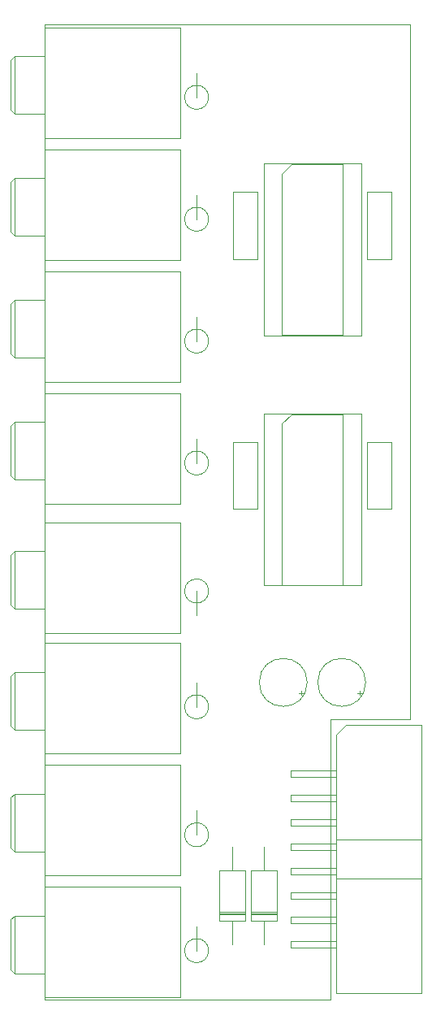
<source format=gbr>
G04 #@! TF.GenerationSoftware,KiCad,Pcbnew,(5.1.10)-1*
G04 #@! TF.CreationDate,2021-09-02T21:11:49+02:00*
G04 #@! TF.ProjectId,Buffered Multiple Main,42756666-6572-4656-9420-4d756c746970,rev?*
G04 #@! TF.SameCoordinates,Original*
G04 #@! TF.FileFunction,Other,Fab,Top*
%FSLAX46Y46*%
G04 Gerber Fmt 4.6, Leading zero omitted, Abs format (unit mm)*
G04 Created by KiCad (PCBNEW (5.1.10)-1) date 2021-09-02 21:11:49*
%MOMM*%
%LPD*%
G01*
G04 APERTURE LIST*
G04 #@! TA.AperFunction,Profile*
%ADD10C,0.050000*%
G04 #@! TD*
%ADD11C,0.100000*%
G04 APERTURE END LIST*
D10*
X29845000Y-72390000D02*
X29845000Y-101600000D01*
X38100000Y-72390000D02*
X29845000Y-72390000D01*
X0Y-101600000D02*
X0Y0D01*
X29845000Y-101600000D02*
X0Y-101600000D01*
X38100000Y0D02*
X38100000Y-72390000D01*
X0Y0D02*
X38100000Y0D01*
D11*
X17125000Y-96520000D02*
G75*
G03*
X17125000Y-96520000I-1250000J0D01*
G01*
X15875000Y-96520000D02*
X15875000Y-93980000D01*
X17125000Y-45720000D02*
G75*
G03*
X17125000Y-45720000I-1250000J0D01*
G01*
X15875000Y-45720000D02*
X15875000Y-43180000D01*
X17125000Y-59055000D02*
G75*
G03*
X17125000Y-59055000I-1250000J0D01*
G01*
X15875000Y-59055000D02*
X15875000Y-61595000D01*
X17125000Y-84455000D02*
G75*
G03*
X17125000Y-84455000I-1250000J0D01*
G01*
X15875000Y-84455000D02*
X15875000Y-81915000D01*
X17125000Y-71120000D02*
G75*
G03*
X17125000Y-71120000I-1250000J0D01*
G01*
X15875000Y-71120000D02*
X15875000Y-68580000D01*
X17125000Y-33020000D02*
G75*
G03*
X17125000Y-33020000I-1250000J0D01*
G01*
X15875000Y-33020000D02*
X15875000Y-30480000D01*
X17125000Y-20320000D02*
G75*
G03*
X17125000Y-20320000I-1250000J0D01*
G01*
X15875000Y-20320000D02*
X15875000Y-17780000D01*
X17125000Y-7620000D02*
G75*
G03*
X17125000Y-7620000I-1250000J0D01*
G01*
X15875000Y-7620000D02*
X15875000Y-5080000D01*
X25765000Y-40640000D02*
X31115000Y-40640000D01*
X31115000Y-40640000D02*
X31115000Y-58420000D01*
X31115000Y-58420000D02*
X24765000Y-58420000D01*
X24765000Y-58420000D02*
X24765000Y-41640000D01*
X24765000Y-41640000D02*
X25765000Y-40640000D01*
X22860000Y-40580000D02*
X22860000Y-58480000D01*
X22860000Y-58480000D02*
X33020000Y-58480000D01*
X33020000Y-58480000D02*
X33020000Y-40580000D01*
X33020000Y-40580000D02*
X22860000Y-40580000D01*
X21510000Y-93405000D02*
X24210000Y-93405000D01*
X24210000Y-93405000D02*
X24210000Y-88205000D01*
X24210000Y-88205000D02*
X21510000Y-88205000D01*
X21510000Y-88205000D02*
X21510000Y-93405000D01*
X22860000Y-95885000D02*
X22860000Y-93405000D01*
X22860000Y-85725000D02*
X22860000Y-88205000D01*
X21510000Y-92625000D02*
X24210000Y-92625000D01*
X21510000Y-92525000D02*
X24210000Y-92525000D01*
X21510000Y-92725000D02*
X24210000Y-92725000D01*
X18208000Y-93405000D02*
X20908000Y-93405000D01*
X20908000Y-93405000D02*
X20908000Y-88205000D01*
X20908000Y-88205000D02*
X18208000Y-88205000D01*
X18208000Y-88205000D02*
X18208000Y-93405000D01*
X19558000Y-95885000D02*
X19558000Y-93405000D01*
X19558000Y-85725000D02*
X19558000Y-88205000D01*
X18208000Y-92625000D02*
X20908000Y-92625000D01*
X18208000Y-92525000D02*
X20908000Y-92525000D01*
X18208000Y-92725000D02*
X20908000Y-92725000D01*
X36175000Y-43530000D02*
X33675000Y-43530000D01*
X33675000Y-43530000D02*
X33675000Y-50530000D01*
X33675000Y-50530000D02*
X36175000Y-50530000D01*
X36175000Y-50530000D02*
X36175000Y-43530000D01*
X19705000Y-50530000D02*
X22205000Y-50530000D01*
X22205000Y-50530000D02*
X22205000Y-43530000D01*
X22205000Y-43530000D02*
X19705000Y-43530000D01*
X19705000Y-43530000D02*
X19705000Y-50530000D01*
X0Y-101385000D02*
X0Y-89885000D01*
X0Y-89885000D02*
X14200000Y-89885000D01*
X14200000Y-89885000D02*
X14200000Y-101385000D01*
X0Y-101385000D02*
X14200000Y-101385000D01*
X0Y-98885000D02*
X-3100000Y-98885000D01*
X-3100000Y-98885000D02*
X-3500000Y-98485000D01*
X-3500000Y-93285000D02*
X-3500000Y-98485000D01*
X-3500000Y-93285000D02*
X-3100000Y-92885000D01*
X0Y-92885000D02*
X-3100000Y-92885000D01*
X-3100000Y-98885000D02*
X-3100000Y-92885000D01*
X0Y-49950000D02*
X0Y-38450000D01*
X0Y-38450000D02*
X14200000Y-38450000D01*
X14200000Y-38450000D02*
X14200000Y-49950000D01*
X0Y-49950000D02*
X14200000Y-49950000D01*
X0Y-47450000D02*
X-3100000Y-47450000D01*
X-3100000Y-47450000D02*
X-3500000Y-47050000D01*
X-3500000Y-41850000D02*
X-3500000Y-47050000D01*
X-3500000Y-41850000D02*
X-3100000Y-41450000D01*
X0Y-41450000D02*
X-3100000Y-41450000D01*
X-3100000Y-47450000D02*
X-3100000Y-41450000D01*
X0Y-63412000D02*
X0Y-51912000D01*
X0Y-51912000D02*
X14200000Y-51912000D01*
X14200000Y-51912000D02*
X14200000Y-63412000D01*
X0Y-63412000D02*
X14200000Y-63412000D01*
X0Y-60912000D02*
X-3100000Y-60912000D01*
X-3100000Y-60912000D02*
X-3500000Y-60512000D01*
X-3500000Y-55312000D02*
X-3500000Y-60512000D01*
X-3500000Y-55312000D02*
X-3100000Y-54912000D01*
X0Y-54912000D02*
X-3100000Y-54912000D01*
X-3100000Y-60912000D02*
X-3100000Y-54912000D01*
X0Y-88685000D02*
X0Y-77185000D01*
X0Y-77185000D02*
X14200000Y-77185000D01*
X14200000Y-77185000D02*
X14200000Y-88685000D01*
X0Y-88685000D02*
X14200000Y-88685000D01*
X0Y-86185000D02*
X-3100000Y-86185000D01*
X-3100000Y-86185000D02*
X-3500000Y-85785000D01*
X-3500000Y-80585000D02*
X-3500000Y-85785000D01*
X-3500000Y-80585000D02*
X-3100000Y-80185000D01*
X0Y-80185000D02*
X-3100000Y-80185000D01*
X-3100000Y-86185000D02*
X-3100000Y-80185000D01*
X0Y-76000000D02*
X0Y-64500000D01*
X0Y-64500000D02*
X14200000Y-64500000D01*
X14200000Y-64500000D02*
X14200000Y-76000000D01*
X0Y-76000000D02*
X14200000Y-76000000D01*
X0Y-73500000D02*
X-3100000Y-73500000D01*
X-3100000Y-73500000D02*
X-3500000Y-73100000D01*
X-3500000Y-67900000D02*
X-3500000Y-73100000D01*
X-3500000Y-67900000D02*
X-3100000Y-67500000D01*
X0Y-67500000D02*
X-3100000Y-67500000D01*
X-3100000Y-73500000D02*
X-3100000Y-67500000D01*
X0Y-37250000D02*
X0Y-25750000D01*
X0Y-25750000D02*
X14200000Y-25750000D01*
X14200000Y-25750000D02*
X14200000Y-37250000D01*
X0Y-37250000D02*
X14200000Y-37250000D01*
X0Y-34750000D02*
X-3100000Y-34750000D01*
X-3100000Y-34750000D02*
X-3500000Y-34350000D01*
X-3500000Y-29150000D02*
X-3500000Y-34350000D01*
X-3500000Y-29150000D02*
X-3100000Y-28750000D01*
X0Y-28750000D02*
X-3100000Y-28750000D01*
X-3100000Y-34750000D02*
X-3100000Y-28750000D01*
X0Y-24550000D02*
X0Y-13050000D01*
X0Y-13050000D02*
X14200000Y-13050000D01*
X14200000Y-13050000D02*
X14200000Y-24550000D01*
X0Y-24550000D02*
X14200000Y-24550000D01*
X0Y-22050000D02*
X-3100000Y-22050000D01*
X-3100000Y-22050000D02*
X-3500000Y-21650000D01*
X-3500000Y-16450000D02*
X-3500000Y-21650000D01*
X-3500000Y-16450000D02*
X-3100000Y-16050000D01*
X0Y-16050000D02*
X-3100000Y-16050000D01*
X-3100000Y-22050000D02*
X-3100000Y-16050000D01*
X0Y-11850000D02*
X0Y-350000D01*
X0Y-350000D02*
X14200000Y-350000D01*
X14200000Y-350000D02*
X14200000Y-11850000D01*
X0Y-11850000D02*
X14200000Y-11850000D01*
X0Y-9350000D02*
X-3100000Y-9350000D01*
X-3100000Y-9350000D02*
X-3500000Y-8950000D01*
X-3500000Y-3750000D02*
X-3500000Y-8950000D01*
X-3500000Y-3750000D02*
X-3100000Y-3350000D01*
X0Y-3350000D02*
X-3100000Y-3350000D01*
X-3100000Y-9350000D02*
X-3100000Y-3350000D01*
X33020000Y-14545000D02*
X22860000Y-14545000D01*
X33020000Y-32445000D02*
X33020000Y-14545000D01*
X22860000Y-32445000D02*
X33020000Y-32445000D01*
X22860000Y-14545000D02*
X22860000Y-32445000D01*
X24765000Y-15605000D02*
X25765000Y-14605000D01*
X24765000Y-32385000D02*
X24765000Y-15605000D01*
X31115000Y-32385000D02*
X24765000Y-32385000D01*
X31115000Y-14605000D02*
X31115000Y-32385000D01*
X25765000Y-14605000D02*
X31115000Y-14605000D01*
X30415000Y-100985000D02*
X30415000Y-74005000D01*
X39315000Y-100985000D02*
X30415000Y-100985000D01*
X39315000Y-73005000D02*
X39315000Y-100985000D01*
X31415000Y-73005000D02*
X39315000Y-73005000D01*
X25715000Y-96205000D02*
X30415000Y-96205000D01*
X25715000Y-95565000D02*
X25715000Y-96205000D01*
X30415000Y-95565000D02*
X25715000Y-95565000D01*
X25715000Y-93665000D02*
X30415000Y-93665000D01*
X25715000Y-93025000D02*
X25715000Y-93665000D01*
X30415000Y-93025000D02*
X25715000Y-93025000D01*
X25715000Y-91125000D02*
X30415000Y-91125000D01*
X25715000Y-90485000D02*
X25715000Y-91125000D01*
X30415000Y-90485000D02*
X25715000Y-90485000D01*
X25715000Y-88585000D02*
X30415000Y-88585000D01*
X25715000Y-87945000D02*
X25715000Y-88585000D01*
X30415000Y-87945000D02*
X25715000Y-87945000D01*
X25715000Y-86045000D02*
X30415000Y-86045000D01*
X25715000Y-85405000D02*
X25715000Y-86045000D01*
X30415000Y-85405000D02*
X25715000Y-85405000D01*
X25715000Y-83505000D02*
X30415000Y-83505000D01*
X25715000Y-82865000D02*
X25715000Y-83505000D01*
X30415000Y-82865000D02*
X25715000Y-82865000D01*
X25715000Y-80965000D02*
X30415000Y-80965000D01*
X25715000Y-80325000D02*
X25715000Y-80965000D01*
X30415000Y-80325000D02*
X25715000Y-80325000D01*
X25715000Y-78425000D02*
X30415000Y-78425000D01*
X25715000Y-77785000D02*
X25715000Y-78425000D01*
X30415000Y-77785000D02*
X25715000Y-77785000D01*
X30415000Y-89045000D02*
X39315000Y-89045000D01*
X30415000Y-84945000D02*
X39315000Y-84945000D01*
X30415000Y-74005000D02*
X31415000Y-73005000D01*
X36175000Y-24495000D02*
X36175000Y-17495000D01*
X33675000Y-24495000D02*
X36175000Y-24495000D01*
X33675000Y-17495000D02*
X33675000Y-24495000D01*
X36175000Y-17495000D02*
X33675000Y-17495000D01*
X19705000Y-17495000D02*
X19705000Y-24495000D01*
X22205000Y-17495000D02*
X19705000Y-17495000D01*
X22205000Y-24495000D02*
X22205000Y-17495000D01*
X19705000Y-24495000D02*
X22205000Y-24495000D01*
X32887605Y-69917500D02*
X32887605Y-69417500D01*
X33137605Y-69667500D02*
X32637605Y-69667500D01*
X33504000Y-68580000D02*
G75*
G03*
X33504000Y-68580000I-2500000J0D01*
G01*
X26791605Y-69917500D02*
X26791605Y-69417500D01*
X27041605Y-69667500D02*
X26541605Y-69667500D01*
X27408000Y-68580000D02*
G75*
G03*
X27408000Y-68580000I-2500000J0D01*
G01*
M02*

</source>
